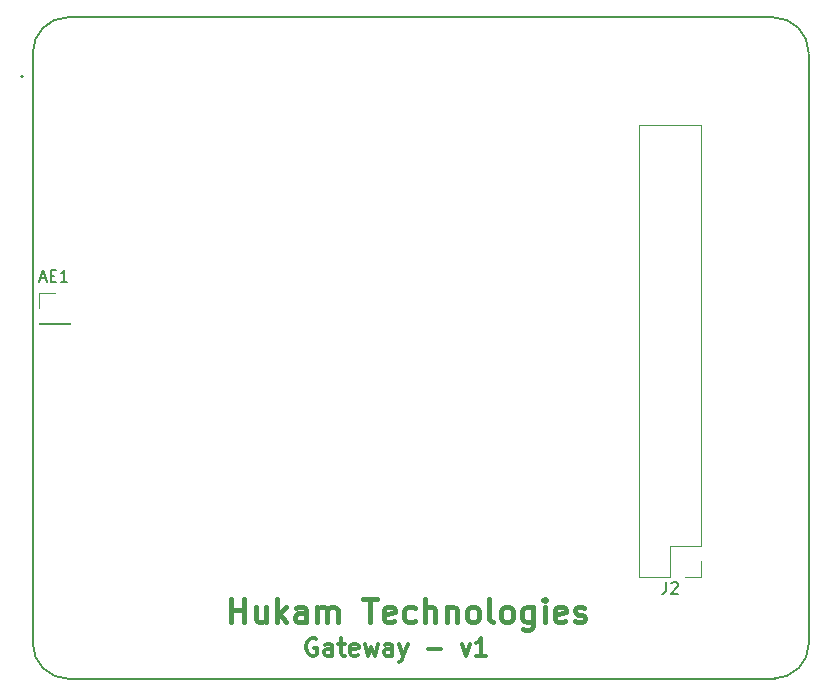
<source format=gbr>
G04 #@! TF.GenerationSoftware,KiCad,Pcbnew,5.1.7-a382d34a8~88~ubuntu18.04.1*
G04 #@! TF.CreationDate,2021-05-25T15:59:45+05:30*
G04 #@! TF.ProjectId,Gateway_v1,47617465-7761-4795-9f76-312e6b696361,rev?*
G04 #@! TF.SameCoordinates,Original*
G04 #@! TF.FileFunction,Legend,Top*
G04 #@! TF.FilePolarity,Positive*
%FSLAX46Y46*%
G04 Gerber Fmt 4.6, Leading zero omitted, Abs format (unit mm)*
G04 Created by KiCad (PCBNEW 5.1.7-a382d34a8~88~ubuntu18.04.1) date 2021-05-25 15:59:45*
%MOMM*%
%LPD*%
G01*
G04 APERTURE LIST*
%ADD10C,0.400000*%
%ADD11C,0.300000*%
%ADD12C,0.200000*%
%ADD13C,0.127000*%
%ADD14C,0.120000*%
%ADD15C,0.150000*%
G04 APERTURE END LIST*
D10*
X108191899Y-100782641D02*
X108191899Y-98782641D01*
X108191899Y-99735022D02*
X109334756Y-99735022D01*
X109334756Y-100782641D02*
X109334756Y-98782641D01*
X111144280Y-99449308D02*
X111144280Y-100782641D01*
X110287137Y-99449308D02*
X110287137Y-100496927D01*
X110382375Y-100687403D01*
X110572851Y-100782641D01*
X110858565Y-100782641D01*
X111049041Y-100687403D01*
X111144280Y-100592165D01*
X112096660Y-100782641D02*
X112096660Y-98782641D01*
X112287137Y-100020737D02*
X112858565Y-100782641D01*
X112858565Y-99449308D02*
X112096660Y-100211213D01*
X114572851Y-100782641D02*
X114572851Y-99735022D01*
X114477613Y-99544546D01*
X114287137Y-99449308D01*
X113906184Y-99449308D01*
X113715708Y-99544546D01*
X114572851Y-100687403D02*
X114382375Y-100782641D01*
X113906184Y-100782641D01*
X113715708Y-100687403D01*
X113620470Y-100496927D01*
X113620470Y-100306451D01*
X113715708Y-100115975D01*
X113906184Y-100020737D01*
X114382375Y-100020737D01*
X114572851Y-99925499D01*
X115525232Y-100782641D02*
X115525232Y-99449308D01*
X115525232Y-99639784D02*
X115620470Y-99544546D01*
X115810946Y-99449308D01*
X116096660Y-99449308D01*
X116287137Y-99544546D01*
X116382375Y-99735022D01*
X116382375Y-100782641D01*
X116382375Y-99735022D02*
X116477613Y-99544546D01*
X116668089Y-99449308D01*
X116953803Y-99449308D01*
X117144280Y-99544546D01*
X117239518Y-99735022D01*
X117239518Y-100782641D01*
X119429994Y-98782641D02*
X120572851Y-98782641D01*
X120001422Y-100782641D02*
X120001422Y-98782641D01*
X122001422Y-100687403D02*
X121810946Y-100782641D01*
X121429994Y-100782641D01*
X121239518Y-100687403D01*
X121144280Y-100496927D01*
X121144280Y-99735022D01*
X121239518Y-99544546D01*
X121429994Y-99449308D01*
X121810946Y-99449308D01*
X122001422Y-99544546D01*
X122096660Y-99735022D01*
X122096660Y-99925499D01*
X121144280Y-100115975D01*
X123810946Y-100687403D02*
X123620470Y-100782641D01*
X123239518Y-100782641D01*
X123049041Y-100687403D01*
X122953803Y-100592165D01*
X122858565Y-100401689D01*
X122858565Y-99830260D01*
X122953803Y-99639784D01*
X123049041Y-99544546D01*
X123239518Y-99449308D01*
X123620470Y-99449308D01*
X123810946Y-99544546D01*
X124668089Y-100782641D02*
X124668089Y-98782641D01*
X125525232Y-100782641D02*
X125525232Y-99735022D01*
X125429994Y-99544546D01*
X125239518Y-99449308D01*
X124953803Y-99449308D01*
X124763327Y-99544546D01*
X124668089Y-99639784D01*
X126477613Y-99449308D02*
X126477613Y-100782641D01*
X126477613Y-99639784D02*
X126572851Y-99544546D01*
X126763327Y-99449308D01*
X127049041Y-99449308D01*
X127239518Y-99544546D01*
X127334756Y-99735022D01*
X127334756Y-100782641D01*
X128572851Y-100782641D02*
X128382375Y-100687403D01*
X128287137Y-100592165D01*
X128191899Y-100401689D01*
X128191899Y-99830260D01*
X128287137Y-99639784D01*
X128382375Y-99544546D01*
X128572851Y-99449308D01*
X128858565Y-99449308D01*
X129049041Y-99544546D01*
X129144280Y-99639784D01*
X129239518Y-99830260D01*
X129239518Y-100401689D01*
X129144280Y-100592165D01*
X129049041Y-100687403D01*
X128858565Y-100782641D01*
X128572851Y-100782641D01*
X130382375Y-100782641D02*
X130191899Y-100687403D01*
X130096660Y-100496927D01*
X130096660Y-98782641D01*
X131429994Y-100782641D02*
X131239518Y-100687403D01*
X131144280Y-100592165D01*
X131049041Y-100401689D01*
X131049041Y-99830260D01*
X131144280Y-99639784D01*
X131239518Y-99544546D01*
X131429994Y-99449308D01*
X131715708Y-99449308D01*
X131906184Y-99544546D01*
X132001422Y-99639784D01*
X132096660Y-99830260D01*
X132096660Y-100401689D01*
X132001422Y-100592165D01*
X131906184Y-100687403D01*
X131715708Y-100782641D01*
X131429994Y-100782641D01*
X133810946Y-99449308D02*
X133810946Y-101068356D01*
X133715708Y-101258832D01*
X133620470Y-101354070D01*
X133429994Y-101449308D01*
X133144280Y-101449308D01*
X132953803Y-101354070D01*
X133810946Y-100687403D02*
X133620470Y-100782641D01*
X133239518Y-100782641D01*
X133049041Y-100687403D01*
X132953803Y-100592165D01*
X132858565Y-100401689D01*
X132858565Y-99830260D01*
X132953803Y-99639784D01*
X133049041Y-99544546D01*
X133239518Y-99449308D01*
X133620470Y-99449308D01*
X133810946Y-99544546D01*
X134763327Y-100782641D02*
X134763327Y-99449308D01*
X134763327Y-98782641D02*
X134668089Y-98877880D01*
X134763327Y-98973118D01*
X134858565Y-98877880D01*
X134763327Y-98782641D01*
X134763327Y-98973118D01*
X136477613Y-100687403D02*
X136287137Y-100782641D01*
X135906184Y-100782641D01*
X135715708Y-100687403D01*
X135620470Y-100496927D01*
X135620470Y-99735022D01*
X135715708Y-99544546D01*
X135906184Y-99449308D01*
X136287137Y-99449308D01*
X136477613Y-99544546D01*
X136572851Y-99735022D01*
X136572851Y-99925499D01*
X135620470Y-100115975D01*
X137334756Y-100687403D02*
X137525232Y-100782641D01*
X137906184Y-100782641D01*
X138096660Y-100687403D01*
X138191899Y-100496927D01*
X138191899Y-100401689D01*
X138096660Y-100211213D01*
X137906184Y-100115975D01*
X137620470Y-100115975D01*
X137429994Y-100020737D01*
X137334756Y-99830260D01*
X137334756Y-99735022D01*
X137429994Y-99544546D01*
X137620470Y-99449308D01*
X137906184Y-99449308D01*
X138096660Y-99544546D01*
D11*
X115444248Y-102170800D02*
X115301391Y-102099371D01*
X115087105Y-102099371D01*
X114872820Y-102170800D01*
X114729962Y-102313657D01*
X114658534Y-102456514D01*
X114587105Y-102742228D01*
X114587105Y-102956514D01*
X114658534Y-103242228D01*
X114729962Y-103385085D01*
X114872820Y-103527942D01*
X115087105Y-103599371D01*
X115229962Y-103599371D01*
X115444248Y-103527942D01*
X115515677Y-103456514D01*
X115515677Y-102956514D01*
X115229962Y-102956514D01*
X116801391Y-103599371D02*
X116801391Y-102813657D01*
X116729962Y-102670800D01*
X116587105Y-102599371D01*
X116301391Y-102599371D01*
X116158534Y-102670800D01*
X116801391Y-103527942D02*
X116658534Y-103599371D01*
X116301391Y-103599371D01*
X116158534Y-103527942D01*
X116087105Y-103385085D01*
X116087105Y-103242228D01*
X116158534Y-103099371D01*
X116301391Y-103027942D01*
X116658534Y-103027942D01*
X116801391Y-102956514D01*
X117301391Y-102599371D02*
X117872820Y-102599371D01*
X117515677Y-102099371D02*
X117515677Y-103385085D01*
X117587105Y-103527942D01*
X117729962Y-103599371D01*
X117872820Y-103599371D01*
X118944248Y-103527942D02*
X118801391Y-103599371D01*
X118515677Y-103599371D01*
X118372820Y-103527942D01*
X118301391Y-103385085D01*
X118301391Y-102813657D01*
X118372820Y-102670800D01*
X118515677Y-102599371D01*
X118801391Y-102599371D01*
X118944248Y-102670800D01*
X119015677Y-102813657D01*
X119015677Y-102956514D01*
X118301391Y-103099371D01*
X119515677Y-102599371D02*
X119801391Y-103599371D01*
X120087105Y-102885085D01*
X120372820Y-103599371D01*
X120658534Y-102599371D01*
X121872820Y-103599371D02*
X121872820Y-102813657D01*
X121801391Y-102670800D01*
X121658534Y-102599371D01*
X121372820Y-102599371D01*
X121229962Y-102670800D01*
X121872820Y-103527942D02*
X121729962Y-103599371D01*
X121372820Y-103599371D01*
X121229962Y-103527942D01*
X121158534Y-103385085D01*
X121158534Y-103242228D01*
X121229962Y-103099371D01*
X121372820Y-103027942D01*
X121729962Y-103027942D01*
X121872820Y-102956514D01*
X122444248Y-102599371D02*
X122801391Y-103599371D01*
X123158534Y-102599371D02*
X122801391Y-103599371D01*
X122658534Y-103956514D01*
X122587105Y-104027942D01*
X122444248Y-104099371D01*
X124872820Y-103027942D02*
X126015677Y-103027942D01*
X127729962Y-102599371D02*
X128087105Y-103599371D01*
X128444248Y-102599371D01*
X129801391Y-103599371D02*
X128944248Y-103599371D01*
X129372820Y-103599371D02*
X129372820Y-102099371D01*
X129229962Y-102313657D01*
X129087105Y-102456514D01*
X128944248Y-102527942D01*
D12*
G04 #@! TO.C,J1*
X90627000Y-54543700D02*
G75*
G03*
X90627000Y-54543700I-100000J0D01*
G01*
D13*
X154167000Y-49553700D02*
X94427000Y-49543700D01*
X157127000Y-102623700D02*
X157127000Y-52623700D01*
X94427000Y-105543700D02*
X154307000Y-105543700D01*
X91427000Y-52543700D02*
X91427000Y-102543700D01*
X94427000Y-49543700D02*
G75*
G03*
X91427000Y-52543700I0J-3000000D01*
G01*
X157127000Y-52553700D02*
G75*
G03*
X154127000Y-49553700I-3000000J0D01*
G01*
X154147000Y-105533700D02*
G75*
G03*
X157147000Y-102533700I0J3000000D01*
G01*
X91427000Y-102543700D02*
G75*
G03*
X94427000Y-105543700I3000000J0D01*
G01*
D14*
G04 #@! TO.C,AE1*
X91938800Y-72871000D02*
X93268800Y-72871000D01*
X91938800Y-74201000D02*
X91938800Y-72871000D01*
X91938800Y-75471000D02*
X94598800Y-75471000D01*
X94598800Y-75471000D02*
X94598800Y-75531000D01*
X91938800Y-75471000D02*
X91938800Y-75531000D01*
X91938800Y-75531000D02*
X94598800Y-75531000D01*
G04 #@! TO.C,J2*
X147977000Y-58705400D02*
X142777000Y-58705400D01*
X147977000Y-94325400D02*
X147977000Y-58705400D01*
X142777000Y-96925400D02*
X142777000Y-58705400D01*
X147977000Y-94325400D02*
X145377000Y-94325400D01*
X145377000Y-94325400D02*
X145377000Y-96925400D01*
X145377000Y-96925400D02*
X142777000Y-96925400D01*
X147977000Y-95595400D02*
X147977000Y-96925400D01*
X147977000Y-96925400D02*
X146647000Y-96925400D01*
G04 #@! TO.C,AE1*
D15*
X92025933Y-71647326D02*
X92502123Y-71647326D01*
X91930695Y-71933040D02*
X92264028Y-70933040D01*
X92597361Y-71933040D01*
X92930695Y-71409231D02*
X93264028Y-71409231D01*
X93406885Y-71933040D02*
X92930695Y-71933040D01*
X92930695Y-70933040D01*
X93406885Y-70933040D01*
X94359266Y-71933040D02*
X93787838Y-71933040D01*
X94073552Y-71933040D02*
X94073552Y-70933040D01*
X93978314Y-71075898D01*
X93883076Y-71171136D01*
X93787838Y-71218755D01*
G04 #@! TO.C,J2*
X145043666Y-97377780D02*
X145043666Y-98092066D01*
X144996047Y-98234923D01*
X144900809Y-98330161D01*
X144757952Y-98377780D01*
X144662714Y-98377780D01*
X145472238Y-97473019D02*
X145519857Y-97425400D01*
X145615095Y-97377780D01*
X145853190Y-97377780D01*
X145948428Y-97425400D01*
X145996047Y-97473019D01*
X146043666Y-97568257D01*
X146043666Y-97663495D01*
X145996047Y-97806352D01*
X145424619Y-98377780D01*
X146043666Y-98377780D01*
G04 #@! TD*
M02*

</source>
